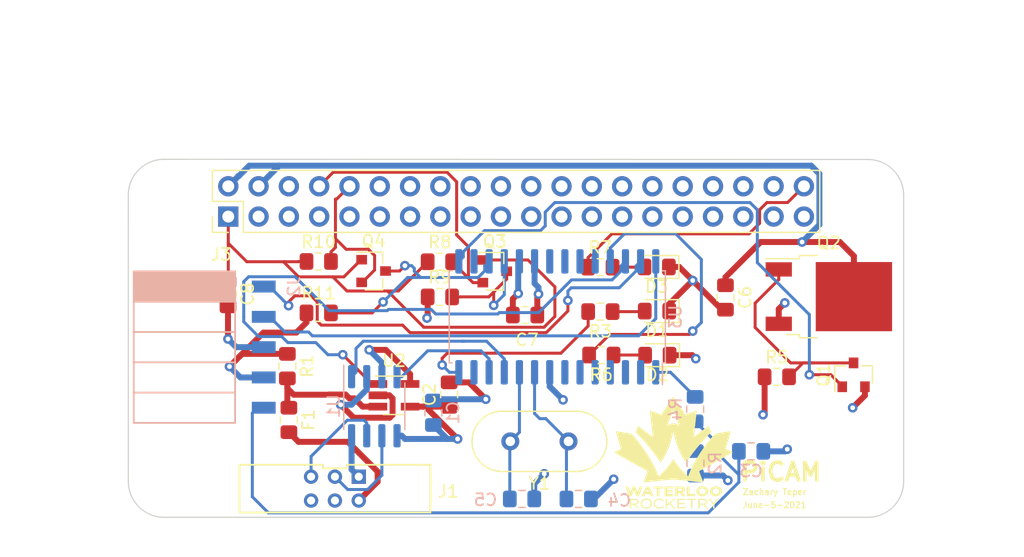
<source format=kicad_pcb>
(kicad_pcb (version 20171130) (host pcbnew "(5.1.4)-1")
  (layers (0 F.Cu signal) (1 In1.Cu power hide) (2 In2.Cu power hide) (31 B.Cu signal) (34 B.Paste user) (35 F.Paste user) (36 B.SilkS user) (37 F.SilkS user) (38 B.Mask user) (39 F.Mask user) (44 Edge.Cuts user))
  (net 0 "")
  (net 1 "Net-(J1-Pad5)")
  (net 2 GND)
  (net 3 +5V)
  (net 4 /~MCLR)
  (net 5 /OSC1)
  (net 6 /OSC2)
  (net 7 /power_pi)
  (net 8 +3V3)
  (net 9 "Net-(D1-Pad2)")
  (net 10 "Net-(F1-Pad2)")
  (net 11 "Net-(F1-Pad1)")
  (net 12 /CANH)
  (net 13 /CANL)
  (net 14 /ICSPDAT)
  (net 15 /ICSPCLK)
  (net 16 "Net-(J3-Pad40)")
  (net 17 "Net-(J3-Pad38)")
  (net 18 "Net-(J3-Pad37)")
  (net 19 "Net-(J3-Pad36)")
  (net 20 "Net-(J3-Pad35)")
  (net 21 "Net-(J3-Pad33)")
  (net 22 "Net-(J3-Pad32)")
  (net 23 "Net-(J3-Pad31)")
  (net 24 "Net-(J3-Pad29)")
  (net 25 "Net-(J3-Pad28)")
  (net 26 "Net-(J3-Pad27)")
  (net 27 "Net-(J3-Pad26)")
  (net 28 "Net-(J3-Pad24)")
  (net 29 "Net-(J3-Pad23)")
  (net 30 "Net-(J3-Pad22)")
  (net 31 "Net-(J3-Pad21)")
  (net 32 "Net-(J3-Pad19)")
  (net 33 "Net-(J3-Pad18)")
  (net 34 "Net-(J3-Pad17)")
  (net 35 "Net-(J3-Pad16)")
  (net 36 "Net-(J3-Pad15)")
  (net 37 "Net-(J3-Pad13)")
  (net 38 "Net-(J3-Pad12)")
  (net 39 "Net-(J3-Pad11)")
  (net 40 /Pi_Rx)
  (net 41 /Pi_Tx)
  (net 42 "Net-(J3-Pad7)")
  (net 43 "Net-(J3-Pad5)")
  (net 44 "Net-(J3-Pad3)")
  (net 45 "Net-(Q1-Pad3)")
  (net 46 /pi_switching)
  (net 47 /PIC_RX)
  (net 48 /PIC_TX)
  (net 49 /CAN_RX)
  (net 50 /CAN_TX)
  (net 51 /CURRENT_SENSE)
  (net 52 "Net-(U3-Pad24)")
  (net 53 "Net-(U3-Pad23)")
  (net 54 "Net-(U3-Pad22)")
  (net 55 "Net-(U3-Pad21)")
  (net 56 "Net-(U3-Pad16)")
  (net 57 "Net-(U3-Pad13)")
  (net 58 "Net-(U3-Pad7)")
  (net 59 "Net-(U3-Pad6)")
  (net 60 "Net-(U3-Pad5)")
  (net 61 "Net-(U3-Pad4)")
  (net 62 "Net-(U3-Pad3)")
  (net 63 "Net-(U3-Pad2)")
  (net 64 "Net-(D2-Pad2)")
  (net 65 "Net-(D3-Pad2)")
  (net 66 "Net-(R3-Pad2)")
  (net 67 "Net-(R4-Pad1)")
  (net 68 "Net-(R6-Pad2)")
  (module MountingHole:MountingHole_2.7mm (layer F.Cu) (at 126.4666 45.6184)
    (fp_text reference M4)
    (fp_text value MountingHole_2.7mm)
    (pad 1 np_thru_hole circle (at 0 0) (size 2.7 2.7) (drill 2.7) (layers *.Cu *.Mask))
  )
  (module MountingHole:MountingHole_2.7mm (layer F.Cu) (at 126.4666 68.6054)
    (fp_text reference M3)
    (fp_text value MountingHole_2.7mm)
    (pad 1 np_thru_hole circle (at 0 0) (size 2.7 2.7) (drill 2.7) (layers *.Cu *.Mask))
  )
  (module MountingHole:MountingHole_2.7mm (layer F.Cu) (at 68.5292 68.6816)
    (fp_text reference M2)
    (fp_text value MountingHole_2.7mm)
    (pad 1 np_thru_hole circle (at 0 0) (size 2.7 2.7) (drill 2.7) (layers *.Cu *.Mask))
  )
  (module MountingHole:MountingHole_2.7mm (layer F.Cu) (at 68.5546 45.6692)
    (fp_text reference M1)
    (fp_text value MountingHole_2.7mm)
    (pad 1 np_thru_hole circle (at 0 0) (size 2.7 2.7) (drill 2.7) (layers *.Cu *.Mask))
  )
  (module custom:rocketry_logo_small (layer F.Cu) (at 110.744 66.7512)
    (fp_text reference G*** hide)
    (fp_text value LOGO hide)
  )
  (module Resistor_SMD:R_0805_2012Metric_Pad1.15x1.40mm_HandSolder (layer F.Cu) (at 104.6226 51.2064)
    (fp_text reference R7 (at 0 -1.65) (layer F.SilkS))
    (fp_text value 330R)
    (pad 2 smd roundrect (at 1.025 0) (size 1.15 1.4) (layers F.Cu F.Paste F.Mask) (roundrect_rratio 0.217391) (net 65 "Net-(D3-Pad2)"))
    (pad 1 smd roundrect (at -1.025 0) (size 1.15 1.4) (layers F.Cu F.Paste F.Mask) (roundrect_rratio 0.217391) (net 16 "Net-(J3-Pad40)"))
  )
  (module Resistor_SMD:R_0805_2012Metric_Pad1.15x1.40mm_HandSolder (layer F.Cu) (at 104.6274 54.9344 180)
    (fp_text reference R3 (at 0 -1.65) (layer F.SilkS))
    (fp_text value 330R)
    (pad 2 smd roundrect (at 1.025 0 180) (size 1.15 1.4) (layers F.Cu F.Paste F.Mask) (roundrect_rratio 0.217391) (net 66 "Net-(R3-Pad2)"))
    (pad 1 smd roundrect (at -1.025 0 180) (size 1.15 1.4) (layers F.Cu F.Paste F.Mask) (roundrect_rratio 0.217391) (net 9 "Net-(D1-Pad2)"))
  )
  (module LED_SMD:LED_0805_2012Metric_Pad1.15x1.40mm_HandSolder (layer F.Cu) (at 109.347 51.189 180)
    (fp_text reference D3 (at 0 -1.65) (layer F.SilkS))
    (fp_text value Device_LED)
    (pad 2 smd roundrect (at 1.025 0 180) (size 1.15 1.4) (layers F.Cu F.Paste F.Mask) (roundrect_rratio 0.217391) (net 65 "Net-(D3-Pad2)"))
    (pad 1 smd roundrect (at -1.025 0 180) (size 1.15 1.4) (layers F.Cu F.Paste F.Mask) (roundrect_rratio 0.217391) (net 2 GND))
  )
  (module LED_SMD:LED_0805_2012Metric_Pad1.15x1.40mm_HandSolder (layer F.Cu) (at 109.3724 54.8894 180)
    (fp_text reference D1 (at 0 -1.65) (layer F.SilkS))
    (fp_text value Device_LED)
    (pad 2 smd roundrect (at 1.025 0 180) (size 1.15 1.4) (layers F.Cu F.Paste F.Mask) (roundrect_rratio 0.217391) (net 9 "Net-(D1-Pad2)"))
    (pad 1 smd roundrect (at -1.025 0 180) (size 1.15 1.4) (layers F.Cu F.Paste F.Mask) (roundrect_rratio 0.217391) (net 2 GND))
  )
  (module Crystal:Crystal_HC49-U_Vertical (layer F.Cu) (at 101.9556 65.8114 180)
    (fp_text reference Y1 (at 2.44 -3.525) (layer F.SilkS))
    (fp_text value Crystal)
    (pad 2 thru_hole circle (at 4.88 0 180) (size 1.5 1.5) (drill 0.8) (layers *.Cu *.Mask) (net 6 /OSC2))
    (pad 1 thru_hole circle (at 0 0 180) (size 1.5 1.5) (drill 0.8) (layers *.Cu *.Mask) (net 5 /OSC1))
  )
  (module Package_SO:SOIC-28W_7.5x17.9mm_P1.27mm (layer B.Cu) (at 101.0158 55.372 90)
    (fp_text reference U3 (at 0 9.9 90) (layer B.SilkS) (effects (justify mirror)))
    (fp_text value PIC18F26K83)
    (pad 28 smd roundrect (at 4.65 8.255 90) (size 2.05 0.6) (layers B.Cu B.Paste B.Mask) (net 14 /ICSPDAT))
    (pad 27 smd roundrect (at 4.65 6.985 90) (size 2.05 0.6) (layers B.Cu B.Paste B.Mask) (net 15 /ICSPCLK))
    (pad 26 smd roundrect (at 4.65 5.715 90) (size 2.05 0.6) (layers B.Cu B.Paste B.Mask) (net 51 /CURRENT_SENSE))
    (pad 25 smd roundrect (at 4.65 4.445 90) (size 2.05 0.6) (layers B.Cu B.Paste B.Mask) (net 68 "Net-(R6-Pad2)"))
    (pad 24 smd roundrect (at 4.65 3.175 90) (size 2.05 0.6) (layers B.Cu B.Paste B.Mask) (net 52 "Net-(U3-Pad24)"))
    (pad 23 smd roundrect (at 4.65 1.905 90) (size 2.05 0.6) (layers B.Cu B.Paste B.Mask) (net 53 "Net-(U3-Pad23)"))
    (pad 22 smd roundrect (at 4.65 0.635 90) (size 2.05 0.6) (layers B.Cu B.Paste B.Mask) (net 54 "Net-(U3-Pad22)"))
    (pad 21 smd roundrect (at 4.65 -0.635 90) (size 2.05 0.6) (layers B.Cu B.Paste B.Mask) (net 55 "Net-(U3-Pad21)"))
    (pad 20 smd roundrect (at 4.65 -1.905 90) (size 2.05 0.6) (layers B.Cu B.Paste B.Mask) (net 3 +5V))
    (pad 19 smd roundrect (at 4.65 -3.175 90) (size 2.05 0.6) (layers B.Cu B.Paste B.Mask) (net 2 GND))
    (pad 18 smd roundrect (at 4.65 -4.445 90) (size 2.05 0.6) (layers B.Cu B.Paste B.Mask) (net 47 /PIC_RX))
    (pad 17 smd roundrect (at 4.65 -5.715 90) (size 2.05 0.6) (layers B.Cu B.Paste B.Mask) (net 48 /PIC_TX))
    (pad 16 smd roundrect (at 4.65 -6.985 90) (size 2.05 0.6) (layers B.Cu B.Paste B.Mask) (net 56 "Net-(U3-Pad16)"))
    (pad 15 smd roundrect (at 4.65 -8.255 90) (size 2.05 0.6) (layers B.Cu B.Paste B.Mask) (net 46 /pi_switching))
    (pad 14 smd roundrect (at -4.65 -8.255 90) (size 2.05 0.6) (layers B.Cu B.Paste B.Mask) (net 66 "Net-(R3-Pad2)"))
    (pad 13 smd roundrect (at -4.65 -6.985 90) (size 2.05 0.6) (layers B.Cu B.Paste B.Mask) (net 57 "Net-(U3-Pad13)"))
    (pad 12 smd roundrect (at -4.65 -5.715 90) (size 2.05 0.6) (layers B.Cu B.Paste B.Mask) (net 49 /CAN_RX))
    (pad 11 smd roundrect (at -4.65 -4.445 90) (size 2.05 0.6) (layers B.Cu B.Paste B.Mask) (net 50 /CAN_TX))
    (pad 10 smd roundrect (at -4.65 -3.175 90) (size 2.05 0.6) (layers B.Cu B.Paste B.Mask) (net 6 /OSC2))
    (pad 9 smd roundrect (at -4.65 -1.905 90) (size 2.05 0.6) (layers B.Cu B.Paste B.Mask) (net 5 /OSC1))
    (pad 8 smd roundrect (at -4.65 -0.635 90) (size 2.05 0.6) (layers B.Cu B.Paste B.Mask) (net 2 GND))
    (pad 7 smd roundrect (at -4.65 0.635 90) (size 2.05 0.6) (layers B.Cu B.Paste B.Mask) (net 58 "Net-(U3-Pad7)"))
    (pad 6 smd roundrect (at -4.65 1.905 90) (size 2.05 0.6) (layers B.Cu B.Paste B.Mask) (net 59 "Net-(U3-Pad6)"))
    (pad 5 smd roundrect (at -4.65 3.175 90) (size 2.05 0.6) (layers B.Cu B.Paste B.Mask) (net 60 "Net-(U3-Pad5)"))
    (pad 4 smd roundrect (at -4.65 4.445 90) (size 2.05 0.6) (layers B.Cu B.Paste B.Mask) (net 61 "Net-(U3-Pad4)"))
    (pad 3 smd roundrect (at -4.65 5.715 90) (size 2.05 0.6) (layers B.Cu B.Paste B.Mask) (net 62 "Net-(U3-Pad3)"))
    (pad 2 smd roundrect (at -4.65 6.985 90) (size 2.05 0.6) (layers B.Cu B.Paste B.Mask) (net 63 "Net-(U3-Pad2)"))
    (pad 1 smd roundrect (at -4.65 8.255 90) (size 2.05 0.6) (layers B.Cu B.Paste B.Mask) (net 67 "Net-(R4-Pad1)"))
  )
  (module Package_TO_SOT_SMD:SOT-23-5_HandSoldering (layer F.Cu) (at 87.3252 61.9506)
    (fp_text reference U2 (at 0 -2.9) (layer F.SilkS))
    (fp_text value INA180)
    (pad 5 smd rect (at 1.35 -0.95) (size 1.56 0.65) (layers F.Cu F.Paste F.Mask) (net 3 +5V))
    (pad 4 smd rect (at 1.35 0.95) (size 1.56 0.65) (layers F.Cu F.Paste F.Mask) (net 3 +5V))
    (pad 3 smd rect (at -1.35 0.95) (size 1.56 0.65) (layers F.Cu F.Paste F.Mask) (net 11 "Net-(F1-Pad1)"))
    (pad 2 smd rect (at -1.35 0) (size 1.56 0.65) (layers F.Cu F.Paste F.Mask) (net 2 GND))
    (pad 1 smd rect (at -1.35 -0.95) (size 1.56 0.65) (layers F.Cu F.Paste F.Mask) (net 51 /CURRENT_SENSE))
  )
  (module Package_SO:SOIC-8_3.9x4.9mm_P1.27mm (layer B.Cu) (at 85.6742 62.865 270)
    (fp_text reference U1 (at 0 3.4 90) (layer B.SilkS) (effects (justify mirror)))
    (fp_text value MCP2562)
    (pad 8 smd roundrect (at 2.475 1.905 270) (size 1.95 0.6) (layers B.Cu B.Paste B.Mask) (net 2 GND))
    (pad 7 smd roundrect (at 2.475 0.635 270) (size 1.95 0.6) (layers B.Cu B.Paste B.Mask) (net 12 /CANH))
    (pad 6 smd roundrect (at 2.475 -0.635 270) (size 1.95 0.6) (layers B.Cu B.Paste B.Mask) (net 13 /CANL))
    (pad 5 smd roundrect (at 2.475 -1.905 270) (size 1.95 0.6) (layers B.Cu B.Paste B.Mask) (net 3 +5V))
    (pad 4 smd roundrect (at -2.475 -1.905 270) (size 1.95 0.6) (layers B.Cu B.Paste B.Mask) (net 49 /CAN_RX))
    (pad 3 smd roundrect (at -2.475 -0.635 270) (size 1.95 0.6) (layers B.Cu B.Paste B.Mask) (net 3 +5V))
    (pad 2 smd roundrect (at -2.475 0.635 270) (size 1.95 0.6) (layers B.Cu B.Paste B.Mask) (net 2 GND))
    (pad 1 smd roundrect (at -2.475 1.905 270) (size 1.95 0.6) (layers B.Cu B.Paste B.Mask) (net 50 /CAN_TX))
  )
  (module Resistor_SMD:R_0805_2012Metric_Pad1.15x1.40mm_HandSolder (layer F.Cu) (at 81.0142 55.0418)
    (fp_text reference R11 (at 0 -1.65) (layer F.SilkS))
    (fp_text value 10K)
    (pad 2 smd roundrect (at 1.025 0) (size 1.15 1.4) (layers F.Cu F.Paste F.Mask) (roundrect_rratio 0.217391) (net 48 /PIC_TX))
    (pad 1 smd roundrect (at -1.025 0) (size 1.15 1.4) (layers F.Cu F.Paste F.Mask) (roundrect_rratio 0.217391) (net 3 +5V))
  )
  (module Resistor_SMD:R_0805_2012Metric_Pad1.15x1.40mm_HandSolder (layer F.Cu) (at 81.0142 50.7298)
    (fp_text reference R10 (at 0 -1.65) (layer F.SilkS))
    (fp_text value 10K)
    (pad 2 smd roundrect (at 1.025 0) (size 1.15 1.4) (layers F.Cu F.Paste F.Mask) (roundrect_rratio 0.217391) (net 40 /Pi_Rx))
    (pad 1 smd roundrect (at -1.025 0) (size 1.15 1.4) (layers F.Cu F.Paste F.Mask) (roundrect_rratio 0.217391) (net 8 +3V3))
  )
  (module Resistor_SMD:R_0805_2012Metric_Pad1.15x1.40mm_HandSolder (layer F.Cu) (at 91.172 53.7032)
    (fp_text reference R9 (at 0 -1.65) (layer F.SilkS))
    (fp_text value 10K)
    (pad 2 smd roundrect (at 1.025 0) (size 1.15 1.4) (layers F.Cu F.Paste F.Mask) (roundrect_rratio 0.217391) (net 47 /PIC_RX))
    (pad 1 smd roundrect (at -1.025 0) (size 1.15 1.4) (layers F.Cu F.Paste F.Mask) (roundrect_rratio 0.217391) (net 3 +5V))
  )
  (module Resistor_SMD:R_0805_2012Metric_Pad1.15x1.40mm_HandSolder (layer F.Cu) (at 91.172 50.7532)
    (fp_text reference R8 (at 0 -1.65) (layer F.SilkS))
    (fp_text value 10K)
    (pad 2 smd roundrect (at 1.025 0) (size 1.15 1.4) (layers F.Cu F.Paste F.Mask) (roundrect_rratio 0.217391) (net 41 /Pi_Tx))
    (pad 1 smd roundrect (at -1.025 0) (size 1.15 1.4) (layers F.Cu F.Paste F.Mask) (roundrect_rratio 0.217391) (net 8 +3V3))
  )
  (module Resistor_SMD:R_0805_2012Metric_Pad1.15x1.40mm_HandSolder (layer F.Cu) (at 104.7078 58.5724 180)
    (fp_text reference R6 (at 0 -1.65) (layer F.SilkS))
    (fp_text value 330R)
    (pad 2 smd roundrect (at 1.025 0 180) (size 1.15 1.4) (layers F.Cu F.Paste F.Mask) (roundrect_rratio 0.217391) (net 68 "Net-(R6-Pad2)"))
    (pad 1 smd roundrect (at -1.025 0 180) (size 1.15 1.4) (layers F.Cu F.Paste F.Mask) (roundrect_rratio 0.217391) (net 64 "Net-(D2-Pad2)"))
  )
  (module Resistor_SMD:R_0805_2012Metric_Pad1.15x1.40mm_HandSolder (layer F.Cu) (at 119.4218 60.4012)
    (fp_text reference R5 (at 0 -1.65) (layer F.SilkS))
    (fp_text value 10K)
    (pad 2 smd roundrect (at 1.025 0) (size 1.15 1.4) (layers F.Cu F.Paste F.Mask) (roundrect_rratio 0.217391) (net 45 "Net-(Q1-Pad3)"))
    (pad 1 smd roundrect (at -1.025 0) (size 1.15 1.4) (layers F.Cu F.Paste F.Mask) (roundrect_rratio 0.217391) (net 3 +5V))
  )
  (module Resistor_SMD:R_0805_2012Metric_Pad1.15x1.40mm_HandSolder (layer B.Cu) (at 112.5728 63.11 270)
    (fp_text reference R4 (at 0 1.65 90) (layer B.SilkS) (effects (justify mirror)))
    (fp_text value 100)
    (pad 2 smd roundrect (at 1.025 0 270) (size 1.15 1.4) (layers B.Cu B.Paste B.Mask) (roundrect_rratio 0.217391) (net 4 /~MCLR))
    (pad 1 smd roundrect (at -1.025 0 270) (size 1.15 1.4) (layers B.Cu B.Paste B.Mask) (roundrect_rratio 0.217391) (net 67 "Net-(R4-Pad1)"))
  )
  (module Resistor_SMD:R_0805_2012Metric_Pad1.15x1.40mm_HandSolder (layer B.Cu) (at 112.5982 67.6492 90)
    (fp_text reference R2 (at 0 1.65 90) (layer B.SilkS) (effects (justify mirror)))
    (fp_text value 10K)
    (pad 2 smd roundrect (at 1.025 0 90) (size 1.15 1.4) (layers B.Cu B.Paste B.Mask) (roundrect_rratio 0.217391) (net 4 /~MCLR))
    (pad 1 smd roundrect (at -1.025 0 90) (size 1.15 1.4) (layers B.Cu B.Paste B.Mask) (roundrect_rratio 0.217391) (net 3 +5V))
  )
  (module Resistor_SMD:R_0805_2012Metric_Pad1.15x1.40mm_HandSolder (layer F.Cu) (at 78.3844 59.5032 270)
    (fp_text reference R1 (at 0 -1.65 90) (layer F.SilkS))
    (fp_text value 200mOhm)
    (pad 2 smd roundrect (at 1.025 0 270) (size 1.15 1.4) (layers F.Cu F.Paste F.Mask) (roundrect_rratio 0.217391) (net 11 "Net-(F1-Pad1)"))
    (pad 1 smd roundrect (at -1.025 0 270) (size 1.15 1.4) (layers F.Cu F.Paste F.Mask) (roundrect_rratio 0.217391) (net 3 +5V))
  )
  (module Package_TO_SOT_SMD:SOT-23 (layer F.Cu) (at 85.6142 51.5298)
    (fp_text reference Q4 (at 0 -2.5) (layer F.SilkS))
    (fp_text value BSS138)
    (pad 3 smd rect (at 1 0) (size 0.9 0.8) (layers F.Cu F.Paste F.Mask) (net 48 /PIC_TX))
    (pad 2 smd rect (at -1 0.95) (size 0.9 0.8) (layers F.Cu F.Paste F.Mask) (net 40 /Pi_Rx))
    (pad 1 smd rect (at -1 -0.95) (size 0.9 0.8) (layers F.Cu F.Paste F.Mask) (net 8 +3V3))
  )
  (module Package_TO_SOT_SMD:SOT-23 (layer F.Cu) (at 95.772 51.5532)
    (fp_text reference Q3 (at 0 -2.5) (layer F.SilkS))
    (fp_text value BSS138)
    (pad 3 smd rect (at 1 0) (size 0.9 0.8) (layers F.Cu F.Paste F.Mask) (net 47 /PIC_RX))
    (pad 2 smd rect (at -1 0.95) (size 0.9 0.8) (layers F.Cu F.Paste F.Mask) (net 41 /Pi_Tx))
    (pad 1 smd rect (at -1 -0.95) (size 0.9 0.8) (layers F.Cu F.Paste F.Mask) (net 8 +3V3))
  )
  (module Package_TO_SOT_SMD:TO-252-2 (layer F.Cu) (at 123.7832 53.6762)
    (fp_text reference Q2 (at 0 -4.5) (layer F.SilkS))
    (fp_text value AOD417)
    (pad 2 smd rect (at 2.1 0) (size 6.4 5.8) (layers F.Cu F.Mask) (net 7 /power_pi))
    (pad 3 smd rect (at -4.2 2.28) (size 2.2 1.2) (layers F.Cu F.Paste F.Mask) (net 3 +5V))
    (pad 1 smd rect (at -4.2 -2.28) (size 2.2 1.2) (layers F.Cu F.Paste F.Mask) (net 45 "Net-(Q1-Pad3)"))
  )
  (module Package_TO_SOT_SMD:SOT-23 (layer F.Cu) (at 125.857 60.2328 90)
    (fp_text reference Q1 (at 0 -2.5 90) (layer F.SilkS))
    (fp_text value BSS138)
    (pad 3 smd rect (at 1 0 90) (size 0.9 0.8) (layers F.Cu F.Paste F.Mask) (net 45 "Net-(Q1-Pad3)"))
    (pad 2 smd rect (at -1 0.95 90) (size 0.9 0.8) (layers F.Cu F.Paste F.Mask) (net 2 GND))
    (pad 1 smd rect (at -1 -0.95 90) (size 0.9 0.8) (layers F.Cu F.Paste F.Mask) (net 46 /pi_switching))
  )
  (module Connector_PinHeader_2.54mm:PinHeader_2x20_P2.54mm_Vertical (layer F.Cu) (at 73.4314 46.9646 90)
    (fp_text reference J3 (at -3.175 -0.5842 180) (layer F.SilkS))
    (fp_text value Conn_02x20_Counter_Clockwise_MountingPin)
    (pad 40 thru_hole oval (at 2.54 48.26 90) (size 1.7 1.7) (drill 1) (layers *.Cu *.Mask) (net 16 "Net-(J3-Pad40)"))
    (pad 39 thru_hole oval (at 0 48.26 90) (size 1.7 1.7) (drill 1) (layers *.Cu *.Mask) (net 2 GND))
    (pad 38 thru_hole oval (at 2.54 45.72 90) (size 1.7 1.7) (drill 1) (layers *.Cu *.Mask) (net 17 "Net-(J3-Pad38)"))
    (pad 37 thru_hole oval (at 0 45.72 90) (size 1.7 1.7) (drill 1) (layers *.Cu *.Mask) (net 18 "Net-(J3-Pad37)"))
    (pad 36 thru_hole oval (at 2.54 43.18 90) (size 1.7 1.7) (drill 1) (layers *.Cu *.Mask) (net 19 "Net-(J3-Pad36)"))
    (pad 35 thru_hole oval (at 0 43.18 90) (size 1.7 1.7) (drill 1) (layers *.Cu *.Mask) (net 20 "Net-(J3-Pad35)"))
    (pad 34 thru_hole oval (at 2.54 40.64 90) (size 1.7 1.7) (drill 1) (layers *.Cu *.Mask) (net 2 GND))
    (pad 33 thru_hole oval (at 0 40.64 90) (size 1.7 1.7) (drill 1) (layers *.Cu *.Mask) (net 21 "Net-(J3-Pad33)"))
    (pad 32 thru_hole oval (at 2.54 38.1 90) (size 1.7 1.7) (drill 1) (layers *.Cu *.Mask) (net 22 "Net-(J3-Pad32)"))
    (pad 31 thru_hole oval (at 0 38.1 90) (size 1.7 1.7) (drill 1) (layers *.Cu *.Mask) (net 23 "Net-(J3-Pad31)"))
    (pad 30 thru_hole oval (at 2.54 35.56 90) (size 1.7 1.7) (drill 1) (layers *.Cu *.Mask) (net 2 GND))
    (pad 29 thru_hole oval (at 0 35.56 90) (size 1.7 1.7) (drill 1) (layers *.Cu *.Mask) (net 24 "Net-(J3-Pad29)"))
    (pad 28 thru_hole oval (at 2.54 33.02 90) (size 1.7 1.7) (drill 1) (layers *.Cu *.Mask) (net 25 "Net-(J3-Pad28)"))
    (pad 27 thru_hole oval (at 0 33.02 90) (size 1.7 1.7) (drill 1) (layers *.Cu *.Mask) (net 26 "Net-(J3-Pad27)"))
    (pad 26 thru_hole oval (at 2.54 30.48 90) (size 1.7 1.7) (drill 1) (layers *.Cu *.Mask) (net 27 "Net-(J3-Pad26)"))
    (pad 25 thru_hole oval (at 0 30.48 90) (size 1.7 1.7) (drill 1) (layers *.Cu *.Mask) (net 2 GND))
    (pad 24 thru_hole oval (at 2.54 27.94 90) (size 1.7 1.7) (drill 1) (layers *.Cu *.Mask) (net 28 "Net-(J3-Pad24)"))
    (pad 23 thru_hole oval (at 0 27.94 90) (size 1.7 1.7) (drill 1) (layers *.Cu *.Mask) (net 29 "Net-(J3-Pad23)"))
    (pad 22 thru_hole oval (at 2.54 25.4 90) (size 1.7 1.7) (drill 1) (layers *.Cu *.Mask) (net 30 "Net-(J3-Pad22)"))
    (pad 21 thru_hole oval (at 0 25.4 90) (size 1.7 1.7) (drill 1) (layers *.Cu *.Mask) (net 31 "Net-(J3-Pad21)"))
    (pad 20 thru_hole oval (at 2.54 22.86 90) (size 1.7 1.7) (drill 1) (layers *.Cu *.Mask) (net 2 GND))
    (pad 19 thru_hole oval (at 0 22.86 90) (size 1.7 1.7) (drill 1) (layers *.Cu *.Mask) (net 32 "Net-(J3-Pad19)"))
    (pad 18 thru_hole oval (at 2.54 20.32 90) (size 1.7 1.7) (drill 1) (layers *.Cu *.Mask) (net 33 "Net-(J3-Pad18)"))
    (pad 17 thru_hole oval (at 0 20.32 90) (size 1.7 1.7) (drill 1) (layers *.Cu *.Mask) (net 34 "Net-(J3-Pad17)"))
    (pad 16 thru_hole oval (at 2.54 17.78 90) (size 1.7 1.7) (drill 1) (layers *.Cu *.Mask) (net 35 "Net-(J3-Pad16)"))
    (pad 15 thru_hole oval (at 0 17.78 90) (size 1.7 1.7) (drill 1) (layers *.Cu *.Mask) (net 36 "Net-(J3-Pad15)"))
    (pad 14 thru_hole oval (at 2.54 15.24 90) (size 1.7 1.7) (drill 1) (layers *.Cu *.Mask) (net 2 GND))
    (pad 13 thru_hole oval (at 0 15.24 90) (size 1.7 1.7) (drill 1) (layers *.Cu *.Mask) (net 37 "Net-(J3-Pad13)"))
    (pad 12 thru_hole oval (at 2.54 12.7 90) (size 1.7 1.7) (drill 1) (layers *.Cu *.Mask) (net 38 "Net-(J3-Pad12)"))
    (pad 11 thru_hole oval (at 0 12.7 90) (size 1.7 1.7) (drill 1) (layers *.Cu *.Mask) (net 39 "Net-(J3-Pad11)"))
    (pad 10 thru_hole oval (at 2.54 10.16 90) (size 1.7 1.7) (drill 1) (layers *.Cu *.Mask) (net 40 /Pi_Rx))
    (pad 9 thru_hole oval (at 0 10.16 90) (size 1.7 1.7) (drill 1) (layers *.Cu *.Mask) (net 2 GND))
    (pad 8 thru_hole oval (at 2.54 7.62 90) (size 1.7 1.7) (drill 1) (layers *.Cu *.Mask) (net 41 /Pi_Tx))
    (pad 7 thru_hole oval (at 0 7.62 90) (size 1.7 1.7) (drill 1) (layers *.Cu *.Mask) (net 42 "Net-(J3-Pad7)"))
    (pad 6 thru_hole oval (at 2.54 5.08 90) (size 1.7 1.7) (drill 1) (layers *.Cu *.Mask) (net 2 GND))
    (pad 5 thru_hole oval (at 0 5.08 90) (size 1.7 1.7) (drill 1) (layers *.Cu *.Mask) (net 43 "Net-(J3-Pad5)"))
    (pad 4 thru_hole oval (at 2.54 2.54 90) (size 1.7 1.7) (drill 1) (layers *.Cu *.Mask) (net 7 /power_pi))
    (pad 3 thru_hole oval (at 0 2.54 90) (size 1.7 1.7) (drill 1) (layers *.Cu *.Mask) (net 44 "Net-(J3-Pad3)"))
    (pad 2 thru_hole oval (at 2.54 0 90) (size 1.7 1.7) (drill 1) (layers *.Cu *.Mask) (net 7 /power_pi))
    (pad 1 thru_hole rect (at 0 0 90) (size 1.7 1.7) (drill 1) (layers *.Cu *.Mask) (net 8 +3V3))
  )
  (module canhw_footprints:PinHeader_5x2.54_SMD_90deg_952-3198-1-ND (layer B.Cu) (at 76.4032 52.832 270)
    (fp_text reference J2 (at 0 -2.54 270) (layer B.SilkS) (effects (justify mirror)))
    (fp_text value Connector_Conn_01x05_Female)
    (pad 5 smd rect (at 10.16 0 270) (size 1 2) (layers B.Cu B.Paste B.Mask) (net 4 /~MCLR))
    (pad 4 smd rect (at 7.62 0 270) (size 1 2) (layers B.Cu B.Paste B.Mask) (net 3 +5V))
    (pad 3 smd rect (at 5.08 0 270) (size 1 2) (layers B.Cu B.Paste B.Mask) (net 2 GND))
    (pad 2 smd rect (at 2.54 0 270) (size 1 2) (layers B.Cu B.Paste B.Mask) (net 14 /ICSPDAT))
    (pad 1 smd rect (at 0 0 270) (size 1 2) (layers B.Cu B.Paste B.Mask) (net 15 /ICSPCLK))
  )
  (module canhw_footprints:connector_Harwin_M80-5000642 (layer F.Cu) (at 82.3722 69.7738 180)
    (fp_text reference J1 (at -9.4996 -0.2286) (layer F.SilkS))
    (fp_text value "CAN Communication")
    (pad "" np_thru_hole circle (at -5.5 0 180) (size 2.2 2.2) (drill 2.2) (layers *.Cu *.Mask))
    (pad "" np_thru_hole circle (at 5.5 0 180) (size 2.2 2.2) (drill 2.2) (layers *.Cu *.Mask))
    (pad 4 thru_hole circle (at -2 -1 180) (size 1.2 1.2) (drill 0.68) (layers *.Cu *.Mask) (net 10 "Net-(F1-Pad2)"))
    (pad 5 thru_hole circle (at 0 -1 180) (size 1.2 1.2) (drill 0.68) (layers *.Cu *.Mask) (net 1 "Net-(J1-Pad5)"))
    (pad 6 thru_hole circle (at 2 -1 180) (size 1.2 1.2) (drill 0.68) (layers *.Cu *.Mask))
    (pad 3 thru_hole circle (at 2 1 180) (size 1.2 1.2) (drill 0.68) (layers *.Cu *.Mask) (net 12 /CANH))
    (pad 1 thru_hole rect (at -2 1 180) (size 1.2 1.2) (drill 0.68) (layers *.Cu *.Mask) (net 2 GND))
    (pad 2 thru_hole circle (at 0 1 180) (size 1.2 1.2) (drill 0.68) (layers *.Cu *.Mask) (net 13 /CANL))
  )
  (module Fuse:Fuse_0805_2012Metric_Pad1.15x1.40mm_HandSolder (layer F.Cu) (at 78.5114 64.017 270)
    (fp_text reference F1 (at 0 -1.65 90) (layer F.SilkS))
    (fp_text value Device_Polyfuse)
    (pad 2 smd roundrect (at 1.025 0 270) (size 1.15 1.4) (layers F.Cu F.Paste F.Mask) (roundrect_rratio 0.217391) (net 10 "Net-(F1-Pad2)"))
    (pad 1 smd roundrect (at -1.025 0 270) (size 1.15 1.4) (layers F.Cu F.Paste F.Mask) (roundrect_rratio 0.217391) (net 11 "Net-(F1-Pad1)"))
  )
  (module LED_SMD:LED_0805_2012Metric_Pad1.15x1.40mm_HandSolder (layer F.Cu) (at 109.4036 58.5854 180)
    (fp_text reference D2 (at 0 -1.65) (layer F.SilkS))
    (fp_text value Device_LED)
    (pad 2 smd roundrect (at 1.025 0 180) (size 1.15 1.4) (layers F.Cu F.Paste F.Mask) (roundrect_rratio 0.217391) (net 64 "Net-(D2-Pad2)"))
    (pad 1 smd roundrect (at -1.025 0 180) (size 1.15 1.4) (layers F.Cu F.Paste F.Mask) (roundrect_rratio 0.217391) (net 2 GND))
  )
  (module Capacitor_SMD:C_0805_2012Metric_Pad1.15x1.40mm_HandSolder (layer F.Cu) (at 73.406 53.467 270)
    (fp_text reference C8 (at 0 -1.65 90) (layer F.SilkS))
    (fp_text value 100nF)
    (pad 2 smd roundrect (at 1.025 0 270) (size 1.15 1.4) (layers F.Cu F.Paste F.Mask) (roundrect_rratio 0.217391) (net 2 GND))
    (pad 1 smd roundrect (at -1.025 0 270) (size 1.15 1.4) (layers F.Cu F.Paste F.Mask) (roundrect_rratio 0.217391) (net 8 +3V3))
  )
  (module Capacitor_SMD:C_0805_2012Metric_Pad1.15x1.40mm_HandSolder (layer F.Cu) (at 98.3144 55.2196)
    (fp_text reference C7 (at 0.1614 2.0828) (layer F.SilkS))
    (fp_text value 100nF)
    (pad 2 smd roundrect (at 1.025 0) (size 1.15 1.4) (layers F.Cu F.Paste F.Mask) (roundrect_rratio 0.217391) (net 3 +5V))
    (pad 1 smd roundrect (at -1.025 0) (size 1.15 1.4) (layers F.Cu F.Paste F.Mask) (roundrect_rratio 0.217391) (net 2 GND))
  )
  (module Capacitor_SMD:C_0805_2012Metric_Pad1.15x1.40mm_HandSolder (layer F.Cu) (at 115.1128 53.7464 270)
    (fp_text reference C6 (at 0 -1.65 90) (layer F.SilkS))
    (fp_text value 100nF)
    (pad 2 smd roundrect (at 1.025 0 270) (size 1.15 1.4) (layers F.Cu F.Paste F.Mask) (roundrect_rratio 0.217391) (net 2 GND))
    (pad 1 smd roundrect (at -1.025 0 270) (size 1.15 1.4) (layers F.Cu F.Paste F.Mask) (roundrect_rratio 0.217391) (net 7 /power_pi))
  )
  (module Capacitor_SMD:C_0805_2012Metric_Pad1.15x1.40mm_HandSolder (layer B.Cu) (at 98.059 70.641)
    (fp_text reference C5 (at -3.063 0.0726) (layer B.SilkS) (effects (justify mirror)))
    (fp_text value 27pF)
    (pad 2 smd roundrect (at 1.025 0) (size 1.15 1.4) (layers B.Cu B.Paste B.Mask) (roundrect_rratio 0.217391) (net 2 GND))
    (pad 1 smd roundrect (at -1.025 0) (size 1.15 1.4) (layers B.Cu B.Paste B.Mask) (roundrect_rratio 0.217391) (net 6 /OSC2))
  )
  (module Capacitor_SMD:C_0805_2012Metric_Pad1.15x1.40mm_HandSolder (layer B.Cu) (at 102.809 70.641)
    (fp_text reference C4 (at 3.4138 0.1234) (layer B.SilkS) (effects (justify mirror)))
    (fp_text value 27pF)
    (pad 2 smd roundrect (at 1.025 0) (size 1.15 1.4) (layers B.Cu B.Paste B.Mask) (roundrect_rratio 0.217391) (net 2 GND))
    (pad 1 smd roundrect (at -1.025 0) (size 1.15 1.4) (layers B.Cu B.Paste B.Mask) (roundrect_rratio 0.217391) (net 5 /OSC1))
  )
  (module Capacitor_SMD:C_0805_2012Metric_Pad1.15x1.40mm_HandSolder (layer B.Cu) (at 117.2628 66.6496)
    (fp_text reference C3 (at 0 1.65) (layer B.SilkS) (effects (justify mirror)))
    (fp_text value 100nF)
    (pad 2 smd roundrect (at 1.025 0) (size 1.15 1.4) (layers B.Cu B.Paste B.Mask) (roundrect_rratio 0.217391) (net 2 GND))
    (pad 1 smd roundrect (at -1.025 0) (size 1.15 1.4) (layers B.Cu B.Paste B.Mask) (roundrect_rratio 0.217391) (net 4 /~MCLR))
  )
  (module Capacitor_SMD:C_0805_2012Metric_Pad1.15x1.40mm_HandSolder (layer F.Cu) (at 91.948 61.8908 90)
    (fp_text reference C2 (at 0 -1.65 90) (layer F.SilkS))
    (fp_text value 100nF)
    (pad 2 smd roundrect (at 1.025 0 90) (size 1.15 1.4) (layers F.Cu F.Paste F.Mask) (roundrect_rratio 0.217391) (net 2 GND))
    (pad 1 smd roundrect (at -1.025 0 90) (size 1.15 1.4) (layers F.Cu F.Paste F.Mask) (roundrect_rratio 0.217391) (net 3 +5V))
  )
  (module Capacitor_SMD:C_0805_2012Metric_Pad1.15x1.40mm_HandSolder (layer B.Cu) (at 90.6272 63.4148 90)
    (fp_text reference C1 (at 0 1.65 90) (layer B.SilkS) (effects (justify mirror)))
    (fp_text value 10uF)
    (pad 2 smd roundrect (at 1.025 0 90) (size 1.15 1.4) (layers B.Cu B.Paste B.Mask) (roundrect_rratio 0.217391) (net 2 GND))
    (pad 1 smd roundrect (at -1.025 0 90) (size 1.15 1.4) (layers B.Cu B.Paste B.Mask) (roundrect_rratio 0.217391) (net 3 +5V))
  )
  (gr_arc (start 68.0466 45.1612) (end 65.0494 45.1612) (angle 90) (layer Edge.Cuts) (width 0.1))
  (gr_arc (start 127.0526 69.1784) (end 130.0526 69.1784) (angle 90) (layer Edge.Cuts) (width 0.1))
  (gr_arc (start 127.0526 45.1784) (end 127.0526 42.1784) (angle 90) (layer Edge.Cuts) (width 0.1))
  (gr_arc (start 68.0526 69.1784) (end 68.0526 72.1784) (angle 90) (layer Edge.Cuts) (width 0.1))
  (gr_text June-5-2021 (at 119.2276 71.1454) (layer F.SilkS) (effects (font (size 0.5 0.5) (thickness 0.1))))
  (gr_text "Zachary Teper" (at 119.2276 70.0532) (layer F.SilkS) (effects (font (size 0.5 0.5) (thickness 0.1))))
  (gr_text PiCAM (at 119.761 68.3768) (layer F.SilkS) (effects (font (size 1.5 1.5) (thickness 0.3))))
  (gr_line (start 68.0466 42.164) (end 127.0526 42.1784) (angle 90) (layer Edge.Cuts) (width 0.1))
  (gr_line (start 65.0494 45.1612) (end 65.0526 69.1784) (layer Edge.Cuts) (width 0.1))
  (gr_line (start 68.0526 72.1784) (end 127.0526 72.1784) (angle 90) (layer Edge.Cuts) (width 0.1))
  (gr_line (start 130.0526 45.1784) (end 130.0526 69.1784) (angle 90) (layer Edge.Cuts) (width 0.1))
  (segment (start 83.7692 68.1708) (end 84.3722 68.7738) (width 0.5) (layer B.Cu) (net 2))
  (segment (start 83.7692 65.34) (end 83.7692 68.1708) (width 0.5) (layer B.Cu) (net 2))
  (via (at 101.4984 62.3316) (size 0.8) (drill 0.4) (layers F.Cu B.Cu) (net 2))
  (segment (start 100.3808 60.022) (end 100.3808 61.214) (width 0.5) (layer B.Cu) (net 2))
  (segment (start 100.3808 61.214) (end 101.4984 62.3316) (width 0.5) (layer B.Cu) (net 2))
  (via (at 97.7392 53.4162) (size 0.8) (drill 0.4) (layers F.Cu B.Cu) (net 2))
  (segment (start 97.2894 55.2196) (end 97.2894 53.866) (width 0.5) (layer F.Cu) (net 2))
  (segment (start 97.2894 53.866) (end 97.7392 53.4162) (width 0.5) (layer F.Cu) (net 2))
  (segment (start 97.7392 50.8236) (end 97.8408 50.722) (width 0.5) (layer B.Cu) (net 2))
  (segment (start 97.7392 53.4162) (end 97.7392 50.8236) (width 0.5) (layer B.Cu) (net 2))
  (via (at 82.8548 62.738) (size 0.8) (drill 0.4) (layers F.Cu B.Cu) (net 2))
  (segment (start 83.7662 62.738) (end 82.8548 62.738) (width 0.5) (layer B.Cu) (net 2))
  (segment (start 85.0392 60.39) (end 85.0392 61.465) (width 0.5) (layer B.Cu) (net 2))
  (segment (start 85.0392 61.465) (end 83.7662 62.738) (width 0.5) (layer B.Cu) (net 2))
  (segment (start 87.205201 63.585601) (end 86.960602 63.8302) (width 0.5) (layer F.Cu) (net 2))
  (segment (start 87.205201 62.215599) (end 87.205201 63.585601) (width 0.5) (layer F.Cu) (net 2))
  (segment (start 85.9752 61.9506) (end 86.940202 61.9506) (width 0.5) (layer F.Cu) (net 2))
  (segment (start 86.940202 61.9506) (end 87.205201 62.215599) (width 0.5) (layer F.Cu) (net 2))
  (segment (start 83.947 63.8302) (end 82.8548 62.738) (width 0.5) (layer F.Cu) (net 2))
  (segment (start 86.960602 63.8302) (end 83.947 63.8302) (width 0.5) (layer F.Cu) (net 2))
  (via (at 95.0214 62.2808) (size 0.8) (drill 0.4) (layers F.Cu B.Cu) (net 2))
  (segment (start 91.948 60.8658) (end 93.6064 60.8658) (width 0.5) (layer F.Cu) (net 2))
  (segment (start 93.6064 60.8658) (end 95.0214 62.2808) (width 0.5) (layer F.Cu) (net 2))
  (segment (start 90.7362 62.2808) (end 90.6272 62.3898) (width 0.5) (layer B.Cu) (net 2))
  (segment (start 95.0214 62.2808) (end 90.7362 62.2808) (width 0.5) (layer B.Cu) (net 2))
  (via (at 99.9236 68.5292) (size 0.8) (drill 0.4) (layers F.Cu B.Cu) (net 2))
  (segment (start 99.084 70.641) (end 99.084 69.3688) (width 0.5) (layer B.Cu) (net 2))
  (segment (start 99.084 69.3688) (end 99.9236 68.5292) (width 0.5) (layer B.Cu) (net 2))
  (via (at 105.7402 68.9864) (size 0.8) (drill 0.4) (layers F.Cu B.Cu) (net 2))
  (segment (start 103.834 70.641) (end 104.0856 70.641) (width 0.5) (layer B.Cu) (net 2))
  (segment (start 104.0856 70.641) (end 105.7402 68.9864) (width 0.5) (layer B.Cu) (net 2))
  (via (at 120.2944 66.4718) (size 0.8) (drill 0.4) (layers F.Cu B.Cu) (net 2))
  (segment (start 118.2878 66.6496) (end 120.1166 66.6496) (width 0.5) (layer B.Cu) (net 2))
  (segment (start 120.1166 66.6496) (end 120.2944 66.4718) (width 0.5) (layer B.Cu) (net 2))
  (via (at 125.7808 62.992) (size 0.8) (drill 0.4) (layers F.Cu B.Cu) (net 2))
  (segment (start 126.807 61.2328) (end 126.807 61.9658) (width 0.5) (layer F.Cu) (net 2))
  (segment (start 126.807 61.9658) (end 125.7808 62.992) (width 0.5) (layer F.Cu) (net 2))
  (via (at 112.3696 52.324) (size 0.8) (drill 0.4) (layers F.Cu B.Cu) (net 2))
  (segment (start 110.372 51.189) (end 111.2346 51.189) (width 0.5) (layer F.Cu) (net 2))
  (segment (start 111.2346 51.189) (end 112.3696 52.324) (width 0.5) (layer F.Cu) (net 2))
  (segment (start 110.3974 54.8894) (end 110.3974 54.2962) (width 0.5) (layer F.Cu) (net 2))
  (segment (start 110.3974 54.2962) (end 112.3696 52.324) (width 0.5) (layer F.Cu) (net 2))
  (segment (start 114.817 54.7714) (end 112.3696 52.324) (width 0.5) (layer F.Cu) (net 2))
  (segment (start 115.1128 54.7714) (end 114.817 54.7714) (width 0.5) (layer F.Cu) (net 2))
  (via (at 112.6236 58.8772) (size 0.8) (drill 0.4) (layers F.Cu B.Cu) (net 2))
  (segment (start 110.4286 58.5854) (end 112.3318 58.5854) (width 0.5) (layer F.Cu) (net 2))
  (segment (start 112.3318 58.5854) (end 112.6236 58.8772) (width 0.5) (layer F.Cu) (net 2))
  (via (at 73.406 57.2262) (size 0.8) (drill 0.4) (layers F.Cu B.Cu) (net 2))
  (segment (start 73.406 54.492) (end 73.406 57.2262) (width 0.5) (layer F.Cu) (net 2))
  (segment (start 74.0918 57.912) (end 76.4032 57.912) (width 0.5) (layer B.Cu) (net 2))
  (segment (start 73.406 57.2262) (end 74.0918 57.912) (width 0.5) (layer B.Cu) (net 2))
  (via (at 118.2624 63.5762) (size 0.8) (drill 0.4) (layers F.Cu B.Cu) (net 3))
  (segment (start 118.3968 60.4012) (end 118.3968 63.4418) (width 0.5) (layer F.Cu) (net 3))
  (segment (start 118.3968 63.4418) (end 118.2624 63.5762) (width 0.5) (layer F.Cu) (net 3))
  (via (at 73.533 59.5376) (size 0.8) (drill 0.4) (layers F.Cu B.Cu) (net 3))
  (segment (start 74.4474 60.452) (end 73.533 59.5376) (width 0.5) (layer B.Cu) (net 3))
  (segment (start 76.4032 60.452) (end 74.4474 60.452) (width 0.5) (layer B.Cu) (net 3))
  (segment (start 78.3844 58.4782) (end 74.5924 58.4782) (width 0.5) (layer F.Cu) (net 3))
  (via (at 99.441 53.467) (size 0.8) (drill 0.4) (layers F.Cu B.Cu) (net 3))
  (segment (start 99.3394 55.2196) (end 99.3394 53.5686) (width 0.5) (layer F.Cu) (net 3))
  (segment (start 99.3394 53.5686) (end 99.441 53.467) (width 0.5) (layer F.Cu) (net 3))
  (segment (start 99.1108 52.571115) (end 99.1108 50.722) (width 0.5) (layer B.Cu) (net 3))
  (segment (start 99.441 53.467) (end 99.441 52.901315) (width 0.5) (layer B.Cu) (net 3))
  (segment (start 99.441 52.901315) (end 99.1108 52.571115) (width 0.5) (layer B.Cu) (net 3))
  (via (at 115.316 69.088) (size 0.8) (drill 0.4) (layers F.Cu B.Cu) (net 3))
  (segment (start 112.5982 68.6742) (end 114.9022 68.6742) (width 0.5) (layer B.Cu) (net 3))
  (segment (start 114.9022 68.6742) (end 115.316 69.088) (width 0.5) (layer B.Cu) (net 3))
  (segment (start 79.9892 55.8418) (end 79.1382 56.6928) (width 0.5) (layer F.Cu) (net 3))
  (segment (start 79.9892 55.0418) (end 79.9892 55.8418) (width 0.5) (layer F.Cu) (net 3))
  (segment (start 76.3778 56.6928) (end 74.3839 58.6867) (width 0.5) (layer F.Cu) (net 3))
  (segment (start 79.1382 56.6928) (end 76.3778 56.6928) (width 0.5) (layer F.Cu) (net 3))
  (segment (start 74.5924 58.4782) (end 74.3839 58.6867) (width 0.5) (layer F.Cu) (net 3))
  (segment (start 74.3839 58.6867) (end 73.533 59.5376) (width 0.5) (layer F.Cu) (net 3))
  (via (at 85.2424 58.1406) (size 0.8) (drill 0.4) (layers F.Cu B.Cu) (net 3))
  (segment (start 86.3092 60.39) (end 86.3092 59.2074) (width 0.5) (layer B.Cu) (net 3))
  (segment (start 86.3092 59.2074) (end 85.2424 58.1406) (width 0.5) (layer B.Cu) (net 3))
  (segment (start 88.6752 60.1756) (end 88.6752 61.0006) (width 0.5) (layer F.Cu) (net 3))
  (segment (start 86.6402 58.1406) (end 88.6752 60.1756) (width 0.5) (layer F.Cu) (net 3))
  (segment (start 85.2424 58.1406) (end 86.6402 58.1406) (width 0.5) (layer F.Cu) (net 3))
  (segment (start 91.9328 62.9006) (end 91.948 62.9158) (width 0.5) (layer F.Cu) (net 3))
  (via (at 92.6592 65.6082) (size 0.8) (drill 0.4) (layers F.Cu B.Cu) (net 3))
  (segment (start 89.9516 62.9006) (end 92.6592 65.6082) (width 0.5) (layer F.Cu) (net 3))
  (segment (start 89.7738 62.9006) (end 89.9516 62.9006) (width 0.5) (layer F.Cu) (net 3))
  (segment (start 89.7738 62.9006) (end 91.9328 62.9006) (width 0.5) (layer F.Cu) (net 3))
  (segment (start 88.6752 62.9006) (end 89.7738 62.9006) (width 0.5) (layer F.Cu) (net 3))
  (segment (start 91.7956 65.6082) (end 90.6272 64.4398) (width 0.5) (layer B.Cu) (net 3))
  (segment (start 92.6592 65.6082) (end 91.7956 65.6082) (width 0.5) (layer B.Cu) (net 3))
  (segment (start 88.2474 65.6082) (end 91.7956 65.6082) (width 0.5) (layer B.Cu) (net 3))
  (segment (start 87.9792 65.34) (end 88.2474 65.6082) (width 0.5) (layer B.Cu) (net 3))
  (segment (start 87.5792 65.34) (end 87.9792 65.34) (width 0.5) (layer B.Cu) (net 3))
  (via (at 90.0938 55.4736) (size 0.8) (drill 0.4) (layers F.Cu B.Cu) (net 3))
  (segment (start 90.147 53.7032) (end 90.147 55.4204) (width 0.5) (layer F.Cu) (net 3))
  (segment (start 90.147 55.4204) (end 90.0938 55.4736) (width 0.5) (layer F.Cu) (net 3))
  (via (at 120.0912 54.2036) (size 0.8) (drill 0.4) (layers F.Cu B.Cu) (net 3))
  (segment (start 119.5832 55.9562) (end 119.5832 54.7116) (width 0.5) (layer F.Cu) (net 3))
  (segment (start 119.5832 54.7116) (end 120.0912 54.2036) (width 0.5) (layer F.Cu) (net 3))
  (segment (start 75.447199 70.457801) (end 76.792788 71.80339) (width 0.25) (layer B.Cu) (net 4))
  (segment (start 75.447199 63.448001) (end 75.447199 70.457801) (width 0.25) (layer B.Cu) (net 4))
  (segment (start 76.4032 62.992) (end 75.9032 62.992) (width 0.25) (layer B.Cu) (net 4))
  (segment (start 75.9032 62.992) (end 75.447199 63.448001) (width 0.25) (layer B.Cu) (net 4))
  (segment (start 116.2378 67.4496) (end 116.2378 66.6496) (width 0.25) (layer B.Cu) (net 4))
  (segment (start 113.673612 71.80339) (end 116.2378 69.239202) (width 0.25) (layer B.Cu) (net 4))
  (segment (start 76.792788 71.80339) (end 113.673612 71.80339) (width 0.25) (layer B.Cu) (net 4))
  (segment (start 112.5728 64.135) (end 114.6048 66.167) (width 0.25) (layer B.Cu) (net 4))
  (segment (start 114.6048 66.167) (end 114.6048 66.9798) (width 0.25) (layer B.Cu) (net 4))
  (segment (start 116.187 68.562) (end 116.2378 68.562) (width 0.25) (layer B.Cu) (net 4))
  (segment (start 114.6048 66.9798) (end 116.187 68.562) (width 0.25) (layer B.Cu) (net 4))
  (segment (start 116.2378 69.239202) (end 116.2378 68.562) (width 0.25) (layer B.Cu) (net 4))
  (segment (start 116.2378 68.562) (end 116.2378 67.4496) (width 0.25) (layer B.Cu) (net 4))
  (segment (start 114.2492 66.6242) (end 112.5982 66.6242) (width 0.25) (layer B.Cu) (net 4))
  (segment (start 114.6048 66.9798) (end 114.2492 66.6242) (width 0.25) (layer B.Cu) (net 4))
  (segment (start 101.784 65.983) (end 101.9556 65.8114) (width 0.25) (layer B.Cu) (net 5))
  (segment (start 101.784 70.641) (end 101.784 65.983) (width 0.25) (layer B.Cu) (net 5))
  (segment (start 99.1108 60.022) (end 99.1108 63.4746) (width 0.25) (layer B.Cu) (net 5))
  (segment (start 99.1108 63.4746) (end 99.5426 63.9064) (width 0.25) (layer B.Cu) (net 5))
  (segment (start 100.0506 63.9064) (end 101.9556 65.8114) (width 0.25) (layer B.Cu) (net 5))
  (segment (start 99.5426 63.9064) (end 100.0506 63.9064) (width 0.25) (layer B.Cu) (net 5))
  (segment (start 97.034 65.853) (end 97.0756 65.8114) (width 0.25) (layer B.Cu) (net 6))
  (segment (start 97.034 70.641) (end 97.034 65.853) (width 0.25) (layer B.Cu) (net 6))
  (segment (start 97.8408 65.0462) (end 97.0756 65.8114) (width 0.25) (layer B.Cu) (net 6))
  (segment (start 97.8408 60.022) (end 97.8408 65.0462) (width 0.25) (layer B.Cu) (net 6))
  (segment (start 73.4314 44.4246) (end 74.281399 43.574601) (width 0.5) (layer B.Cu) (net 7))
  (segment (start 74.281399 43.574601) (end 74.281399 43.549201) (width 0.5) (layer B.Cu) (net 7))
  (via (at 121.539 49.0982) (size 0.8) (drill 0.4) (layers F.Cu B.Cu) (net 7))
  (segment (start 74.306799 43.574601) (end 75.184 42.6974) (width 0.5) (layer B.Cu) (net 7))
  (segment (start 74.281399 43.574601) (end 74.306799 43.574601) (width 0.5) (layer B.Cu) (net 7))
  (segment (start 76.821399 43.574601) (end 77.6986 42.6974) (width 0.5) (layer B.Cu) (net 7))
  (segment (start 75.9714 44.4246) (end 76.821399 43.574601) (width 0.5) (layer B.Cu) (net 7))
  (segment (start 75.184 42.6974) (end 77.6986 42.6974) (width 0.5) (layer B.Cu) (net 7))
  (segment (start 122.991401 47.645799) (end 121.539 49.0982) (width 0.5) (layer B.Cu) (net 7))
  (segment (start 122.991401 43.387801) (end 122.991401 47.645799) (width 0.5) (layer B.Cu) (net 7))
  (segment (start 77.6986 42.6974) (end 122.301 42.6974) (width 0.5) (layer B.Cu) (net 7))
  (segment (start 122.301 42.6974) (end 122.991401 43.387801) (width 0.5) (layer B.Cu) (net 7))
  (segment (start 125.8832 53.6762) (end 125.5832 53.6762) (width 0.5) (layer F.Cu) (net 7))
  (segment (start 125.8832 50.2762) (end 125.8832 53.6762) (width 0.5) (layer F.Cu) (net 7))
  (segment (start 124.7052 49.0982) (end 125.8832 50.2762) (width 0.5) (layer F.Cu) (net 7))
  (segment (start 121.539 49.0982) (end 124.7052 49.0982) (width 0.5) (layer F.Cu) (net 7))
  (segment (start 120.973315 49.0982) (end 121.539 49.0982) (width 0.5) (layer F.Cu) (net 7))
  (segment (start 118.061 49.0982) (end 120.973315 49.0982) (width 0.5) (layer F.Cu) (net 7))
  (segment (start 115.1128 52.0464) (end 118.061 49.0982) (width 0.5) (layer F.Cu) (net 7))
  (segment (start 115.1128 52.7214) (end 115.1128 52.0464) (width 0.5) (layer F.Cu) (net 7))
  (segment (start 73.4314 52.4166) (end 73.406 52.442) (width 0.25) (layer F.Cu) (net 8))
  (segment (start 79.3142 50.7298) (end 79.2948 50.7492) (width 0.25) (layer F.Cu) (net 8))
  (segment (start 79.9892 50.7298) (end 79.3142 50.7298) (width 0.25) (layer F.Cu) (net 8))
  (segment (start 74.9808 50.7492) (end 73.4314 49.1998) (width 0.25) (layer F.Cu) (net 8))
  (segment (start 73.4314 46.9646) (end 73.4314 49.1998) (width 0.25) (layer F.Cu) (net 8))
  (segment (start 73.4314 49.1998) (end 73.4314 52.4166) (width 0.25) (layer F.Cu) (net 8))
  (segment (start 78.105 50.7492) (end 78.105 50.8) (width 0.25) (layer F.Cu) (net 8))
  (segment (start 79.3242 52.0192) (end 82.1944 52.0192) (width 0.25) (layer F.Cu) (net 8))
  (segment (start 78.105 50.8) (end 79.3242 52.0192) (width 0.25) (layer F.Cu) (net 8))
  (segment (start 78.105 50.7492) (end 74.9808 50.7492) (width 0.25) (layer F.Cu) (net 8))
  (segment (start 79.2948 50.7492) (end 78.105 50.7492) (width 0.25) (layer F.Cu) (net 8))
  (segment (start 84.5642 50.5798) (end 84.6142 50.5798) (width 0.25) (layer F.Cu) (net 8))
  (segment (start 83.1248 52.0192) (end 84.5642 50.5798) (width 0.25) (layer F.Cu) (net 8))
  (segment (start 83.380001 53.204801) (end 82.1944 52.0192) (width 0.25) (layer F.Cu) (net 8))
  (segment (start 90.147 50.7532) (end 87.695399 53.204801) (width 0.25) (layer F.Cu) (net 8))
  (segment (start 82.1944 52.0192) (end 83.1248 52.0192) (width 0.25) (layer F.Cu) (net 8))
  (segment (start 94.772 50.6032) (end 98.5584 50.6032) (width 0.25) (layer F.Cu) (net 8))
  (segment (start 98.5584 50.6032) (end 100.8126 52.8574) (width 0.25) (layer F.Cu) (net 8))
  (segment (start 99.90258 56.24461) (end 89.82341 56.24461) (width 0.25) (layer F.Cu) (net 8))
  (segment (start 100.8126 52.8574) (end 100.8126 55.33459) (width 0.25) (layer F.Cu) (net 8))
  (segment (start 100.8126 55.33459) (end 99.90258 56.24461) (width 0.25) (layer F.Cu) (net 8))
  (segment (start 86.783601 53.204801) (end 86.301001 53.204801) (width 0.25) (layer F.Cu) (net 8))
  (segment (start 89.82341 56.24461) (end 86.783601 53.204801) (width 0.25) (layer F.Cu) (net 8))
  (segment (start 87.695399 53.204801) (end 86.301001 53.204801) (width 0.25) (layer F.Cu) (net 8))
  (segment (start 86.301001 53.204801) (end 83.380001 53.204801) (width 0.25) (layer F.Cu) (net 8))
  (segment (start 108.3024 54.9344) (end 108.3474 54.8894) (width 0.25) (layer F.Cu) (net 9))
  (segment (start 105.6524 54.9344) (end 108.3024 54.9344) (width 0.25) (layer F.Cu) (net 9))
  (segment (start 83.461201 65.852799) (end 85.9536 68.345198) (width 0.5) (layer F.Cu) (net 10))
  (segment (start 78.5114 65.042) (end 79.322199 65.852799) (width 0.5) (layer F.Cu) (net 10))
  (segment (start 79.322199 65.852799) (end 83.461201 65.852799) (width 0.5) (layer F.Cu) (net 10))
  (segment (start 85.9536 69.1924) (end 84.3722 70.7738) (width 0.5) (layer F.Cu) (net 10))
  (segment (start 85.9536 68.345198) (end 85.9536 69.1924) (width 0.5) (layer F.Cu) (net 10))
  (segment (start 78.3844 62.865) (end 78.5114 62.992) (width 0.5) (layer F.Cu) (net 11))
  (segment (start 78.3844 60.5282) (end 78.3844 62.865) (width 0.5) (layer F.Cu) (net 11))
  (segment (start 84.6952 62.9006) (end 83.9992 62.2046) (width 0.5) (layer F.Cu) (net 11))
  (segment (start 85.9752 62.9006) (end 84.6952 62.9006) (width 0.5) (layer F.Cu) (net 11))
  (segment (start 83.262801 61.887999) (end 81.901401 61.887999) (width 0.5) (layer F.Cu) (net 11))
  (segment (start 83.9992 62.2046) (end 83.579402 62.2046) (width 0.5) (layer F.Cu) (net 11))
  (segment (start 83.579402 62.2046) (end 83.262801 61.887999) (width 0.5) (layer F.Cu) (net 11))
  (segment (start 78.3844 60.5282) (end 78.3844 61.3664) (width 0.5) (layer F.Cu) (net 11))
  (segment (start 78.3844 61.3664) (end 78.9178 61.8998) (width 0.5) (layer F.Cu) (net 11))
  (segment (start 81.8896 61.8998) (end 81.901401 61.887999) (width 0.5) (layer F.Cu) (net 11))
  (segment (start 78.9178 61.8998) (end 81.8896 61.8998) (width 0.5) (layer F.Cu) (net 11))
  (segment (start 80.3722 68.7738) (end 80.3722 67.0748) (width 0.25) (layer B.Cu) (net 12))
  (segment (start 85.0392 64.265) (end 85.0392 65.34) (width 0.25) (layer B.Cu) (net 12))
  (segment (start 84.81419 64.03999) (end 85.0392 64.265) (width 0.25) (layer B.Cu) (net 12))
  (segment (start 83.40701 64.03999) (end 84.81419 64.03999) (width 0.25) (layer B.Cu) (net 12))
  (segment (start 80.3722 67.0748) (end 83.40701 64.03999) (width 0.25) (layer B.Cu) (net 12))
  (segment (start 83.447199 69.848799) (end 85.116601 69.848799) (width 0.25) (layer B.Cu) (net 13))
  (segment (start 82.3722 68.7738) (end 83.447199 69.848799) (width 0.25) (layer B.Cu) (net 13))
  (segment (start 86.3092 68.6562) (end 86.3092 65.34) (width 0.25) (layer B.Cu) (net 13))
  (segment (start 85.116601 69.848799) (end 86.3092 68.6562) (width 0.25) (layer B.Cu) (net 13))
  (segment (start 109.2708 55.5244) (end 109.2708 50.722) (width 0.25) (layer B.Cu) (net 14))
  (segment (start 107.829611 56.965589) (end 109.2708 55.5244) (width 0.25) (layer B.Cu) (net 14))
  (segment (start 76.9032 55.372) (end 78.1732 56.642) (width 0.25) (layer B.Cu) (net 14))
  (segment (start 76.4032 55.372) (end 76.9032 55.372) (width 0.25) (layer B.Cu) (net 14))
  (segment (start 80.1624 56.642) (end 80.48599 56.96559) (width 0.25) (layer B.Cu) (net 14))
  (segment (start 78.1732 56.642) (end 80.1624 56.642) (width 0.25) (layer B.Cu) (net 14))
  (segment (start 80.48599 56.96559) (end 84.561801 56.965589) (width 0.25) (layer B.Cu) (net 14))
  (segment (start 84.561801 56.965589) (end 107.829611 56.965589) (width 0.25) (layer B.Cu) (net 14))
  (segment (start 108.0008 50.722) (end 107.63009 51.09271) (width 0.25) (layer B.Cu) (net 15))
  (segment (start 107.63009 51.519478) (end 106.215968 52.9336) (width 0.25) (layer B.Cu) (net 15))
  (segment (start 107.63009 51.09271) (end 107.63009 51.519478) (width 0.25) (layer B.Cu) (net 15))
  (segment (start 106.215968 52.9336) (end 102.1842 52.9336) (width 0.25) (layer B.Cu) (net 15))
  (segment (start 102.1842 52.9336) (end 101.9048 53.213) (width 0.25) (layer B.Cu) (net 15))
  (via (at 101.9048 54.0004) (size 0.8) (drill 0.4) (layers F.Cu B.Cu) (net 15))
  (segment (start 101.9048 53.213) (end 101.9048 54.0004) (width 0.25) (layer B.Cu) (net 15))
  (segment (start 100.08898 56.69462) (end 88.67322 56.69462) (width 0.25) (layer F.Cu) (net 15))
  (segment (start 101.9048 54.0004) (end 101.9048 54.8788) (width 0.25) (layer F.Cu) (net 15))
  (segment (start 101.9048 54.8788) (end 100.08898 56.69462) (width 0.25) (layer F.Cu) (net 15))
  (segment (start 81.22604 56.06681) (end 80.88921 55.72998) (width 0.25) (layer F.Cu) (net 15))
  (segment (start 88.67322 56.69462) (end 88.04541 56.06681) (width 0.25) (layer F.Cu) (net 15))
  (segment (start 88.04541 56.06681) (end 81.22604 56.06681) (width 0.25) (layer F.Cu) (net 15))
  (via (at 78.486 54.4322) (size 0.8) (drill 0.4) (layers F.Cu B.Cu) (net 15))
  (segment (start 78.486 54.1274) (end 78.486 54.4322) (width 0.25) (layer F.Cu) (net 15))
  (segment (start 79.00379 53.60961) (end 78.486 54.1274) (width 0.25) (layer F.Cu) (net 15))
  (segment (start 76.8858 52.832) (end 76.4032 52.832) (width 0.25) (layer B.Cu) (net 15))
  (segment (start 78.486 54.4322) (end 76.8858 52.832) (width 0.25) (layer B.Cu) (net 15))
  (segment (start 80.88921 55.72998) (end 80.88921 54.11761) (width 0.25) (layer F.Cu) (net 15))
  (segment (start 80.40079 53.62919) (end 80.40079 53.60961) (width 0.25) (layer F.Cu) (net 15))
  (segment (start 80.88921 54.11761) (end 80.40079 53.62919) (width 0.25) (layer F.Cu) (net 15))
  (segment (start 80.40079 53.60961) (end 79.00379 53.60961) (width 0.25) (layer F.Cu) (net 15))
  (segment (start 103.5976 50.4064) (end 105.5916 48.4124) (width 0.25) (layer F.Cu) (net 16))
  (segment (start 103.5976 51.2064) (end 103.5976 50.4064) (width 0.25) (layer F.Cu) (net 16))
  (segment (start 105.5916 48.4124) (end 117.0926 48.4124) (width 0.25) (layer F.Cu) (net 16))
  (segment (start 117.976399 46.400599) (end 118.587399 45.789599) (width 0.25) (layer F.Cu) (net 16))
  (segment (start 117.976399 47.528601) (end 117.976399 46.400599) (width 0.25) (layer F.Cu) (net 16))
  (segment (start 117.0926 48.4124) (end 117.976399 47.528601) (width 0.25) (layer F.Cu) (net 16))
  (segment (start 120.326401 45.789599) (end 121.6914 44.4246) (width 0.25) (layer F.Cu) (net 16))
  (segment (start 118.587399 45.789599) (end 120.326401 45.789599) (width 0.25) (layer F.Cu) (net 16))
  (segment (start 82.0392 50.7298) (end 82.0392 49.9298) (width 0.25) (layer F.Cu) (net 40))
  (segment (start 82.0392 49.9298) (end 82.416399 49.552601) (width 0.25) (layer F.Cu) (net 40))
  (segment (start 82.517999 45.498001) (end 83.5914 44.4246) (width 0.25) (layer F.Cu) (net 40))
  (segment (start 82.416399 45.498001) (end 82.517999 45.498001) (width 0.25) (layer F.Cu) (net 40))
  (segment (start 84.6642 52.4798) (end 85.6996 51.4444) (width 0.25) (layer F.Cu) (net 40))
  (segment (start 84.6142 52.4798) (end 84.6642 52.4798) (width 0.25) (layer F.Cu) (net 40))
  (segment (start 85.6996 50.230198) (end 85.177202 49.7078) (width 0.25) (layer F.Cu) (net 40))
  (segment (start 85.6996 51.4444) (end 85.6996 50.230198) (width 0.25) (layer F.Cu) (net 40))
  (segment (start 83.312 49.7078) (end 82.416399 48.812199) (width 0.25) (layer F.Cu) (net 40))
  (segment (start 85.177202 49.7078) (end 83.312 49.7078) (width 0.25) (layer F.Cu) (net 40))
  (segment (start 82.416399 49.552601) (end 82.416399 48.812199) (width 0.25) (layer F.Cu) (net 40))
  (segment (start 82.416399 48.812199) (end 82.416399 45.498001) (width 0.25) (layer F.Cu) (net 40))
  (segment (start 94.772 52.5032) (end 93.947 52.5032) (width 0.25) (layer F.Cu) (net 41))
  (segment (start 92.576399 44.050597) (end 92.576399 48.507399) (width 0.25) (layer F.Cu) (net 41))
  (segment (start 91.775401 43.249599) (end 92.576399 44.050597) (width 0.25) (layer F.Cu) (net 41))
  (segment (start 81.0514 44.4246) (end 82.226401 43.249599) (width 0.25) (layer F.Cu) (net 41))
  (segment (start 82.226401 43.249599) (end 91.775401 43.249599) (width 0.25) (layer F.Cu) (net 41))
  (segment (start 93.5691 49.5001) (end 93.5691 52.1253) (width 0.25) (layer F.Cu) (net 41))
  (segment (start 92.576399 48.507399) (end 93.5691 49.5001) (width 0.25) (layer F.Cu) (net 41))
  (segment (start 93.947 52.5032) (end 93.5691 52.1253) (width 0.25) (layer F.Cu) (net 41))
  (segment (start 93.5691 52.1253) (end 92.197 50.7532) (width 0.25) (layer F.Cu) (net 41))
  (segment (start 120.4468 60.4012) (end 121.6152 59.2328) (width 0.25) (layer F.Cu) (net 45))
  (segment (start 124.1806 59.2328) (end 125.857 59.2328) (width 0.25) (layer F.Cu) (net 45))
  (segment (start 119.5832 52.2462) (end 117.602 54.2274) (width 0.25) (layer F.Cu) (net 45))
  (segment (start 119.5832 51.3962) (end 119.5832 52.2462) (width 0.25) (layer F.Cu) (net 45))
  (segment (start 120.574798 59.2328) (end 122.4534 59.2328) (width 0.25) (layer F.Cu) (net 45))
  (segment (start 117.602 56.260002) (end 120.574798 59.2328) (width 0.25) (layer F.Cu) (net 45))
  (segment (start 117.602 54.2274) (end 117.602 56.260002) (width 0.25) (layer F.Cu) (net 45))
  (segment (start 121.6152 59.2328) (end 122.4534 59.2328) (width 0.25) (layer F.Cu) (net 45))
  (segment (start 122.4534 59.2328) (end 124.1806 59.2328) (width 0.25) (layer F.Cu) (net 45))
  (segment (start 94.916431 48.139601) (end 99.612199 48.139601) (width 0.25) (layer B.Cu) (net 46))
  (segment (start 93.13151 49.924522) (end 94.916431 48.139601) (width 0.25) (layer B.Cu) (net 46))
  (segment (start 92.7608 50.722) (end 93.13151 50.35129) (width 0.25) (layer B.Cu) (net 46))
  (segment (start 93.13151 50.35129) (end 93.13151 49.924522) (width 0.25) (layer B.Cu) (net 46))
  (segment (start 100.807399 45.789599) (end 117.175401 45.789599) (width 0.25) (layer B.Cu) (net 46))
  (segment (start 100.006401 46.590597) (end 100.807399 45.789599) (width 0.25) (layer B.Cu) (net 46))
  (segment (start 99.612199 48.139601) (end 100.006401 47.745399) (width 0.25) (layer B.Cu) (net 46))
  (segment (start 100.006401 47.745399) (end 100.006401 46.590597) (width 0.25) (layer B.Cu) (net 46))
  (via (at 122.1486 60.2234) (size 0.8) (drill 0.4) (layers F.Cu B.Cu) (net 46))
  (segment (start 124.907 61.1828) (end 124.907 61.2328) (width 0.25) (layer F.Cu) (net 46))
  (segment (start 123.9476 60.2234) (end 124.907 61.1828) (width 0.25) (layer F.Cu) (net 46))
  (segment (start 122.1486 60.2234) (end 123.9476 60.2234) (width 0.25) (layer F.Cu) (net 46))
  (segment (start 117.786401 46.400599) (end 117.722201 46.336399) (width 0.25) (layer B.Cu) (net 46))
  (segment (start 117.786401 50.825799) (end 117.786401 46.400599) (width 0.25) (layer B.Cu) (net 46))
  (segment (start 122.1486 55.187998) (end 117.786401 50.825799) (width 0.25) (layer B.Cu) (net 46))
  (segment (start 122.1486 60.2234) (end 122.1486 55.187998) (width 0.25) (layer B.Cu) (net 46))
  (segment (start 117.175401 45.789599) (end 117.722201 46.336399) (width 0.25) (layer B.Cu) (net 46))
  (segment (start 92.872 53.7032) (end 92.8796 53.6956) (width 0.25) (layer F.Cu) (net 47))
  (segment (start 92.197 53.7032) (end 92.872 53.7032) (width 0.25) (layer F.Cu) (net 47))
  (segment (start 96.772 52.2032) (end 96.772 51.5532) (width 0.25) (layer F.Cu) (net 47))
  (segment (start 92.8796 53.6956) (end 95.2796 53.6956) (width 0.25) (layer F.Cu) (net 47))
  (via (at 95.6818 54.4068) (size 0.8) (drill 0.4) (layers F.Cu B.Cu) (net 47))
  (segment (start 96.5708 50.722) (end 96.5708 53.5178) (width 0.25) (layer B.Cu) (net 47))
  (segment (start 96.5708 53.5178) (end 95.6818 54.4068) (width 0.25) (layer B.Cu) (net 47))
  (segment (start 95.6818 53.2934) (end 95.7474 53.2278) (width 0.25) (layer F.Cu) (net 47))
  (segment (start 95.6818 54.4068) (end 95.6818 53.2934) (width 0.25) (layer F.Cu) (net 47))
  (segment (start 95.2796 53.6956) (end 95.7474 53.2278) (width 0.25) (layer F.Cu) (net 47))
  (segment (start 95.7474 53.2278) (end 96.772 52.2032) (width 0.25) (layer F.Cu) (net 47))
  (via (at 86.4108 54.1274) (size 0.8) (drill 0.4) (layers F.Cu B.Cu) (net 48))
  (segment (start 82.0392 55.0418) (end 85.4964 55.0418) (width 0.25) (layer F.Cu) (net 48))
  (segment (start 85.4964 55.0418) (end 86.4108 54.1274) (width 0.25) (layer F.Cu) (net 48))
  (segment (start 94.93009 51.09271) (end 95.3008 50.722) (width 0.25) (layer B.Cu) (net 48))
  (segment (start 94.93009 51.519478) (end 94.93009 51.09271) (width 0.25) (layer B.Cu) (net 48))
  (segment (start 94.377558 52.07201) (end 94.93009 51.519478) (width 0.25) (layer B.Cu) (net 48))
  (segment (start 86.4108 54.1274) (end 88.46619 52.07201) (width 0.25) (layer B.Cu) (net 48))
  (via (at 88.2396 51.0794) (size 0.8) (drill 0.4) (layers F.Cu B.Cu) (net 48))
  (segment (start 86.6142 51.5298) (end 87.7892 51.5298) (width 0.25) (layer F.Cu) (net 48))
  (segment (start 87.7892 51.5298) (end 88.2396 51.0794) (width 0.25) (layer F.Cu) (net 48))
  (segment (start 88.805285 51.0794) (end 89.027 51.301115) (width 0.25) (layer B.Cu) (net 48))
  (segment (start 88.2396 51.0794) (end 88.805285 51.0794) (width 0.25) (layer B.Cu) (net 48))
  (segment (start 89.027 51.54062) (end 89.55839 52.07201) (width 0.25) (layer B.Cu) (net 48))
  (segment (start 89.027 51.301115) (end 89.027 51.54062) (width 0.25) (layer B.Cu) (net 48))
  (segment (start 88.46619 52.07201) (end 89.55839 52.07201) (width 0.25) (layer B.Cu) (net 48))
  (segment (start 89.55839 52.07201) (end 94.377558 52.07201) (width 0.25) (layer B.Cu) (net 48))
  (segment (start 87.9792 60.39) (end 90.1524 58.2168) (width 0.25) (layer B.Cu) (net 49))
  (segment (start 87.5792 60.39) (end 87.9792 60.39) (width 0.25) (layer B.Cu) (net 49))
  (segment (start 95.3008 58.897) (end 95.3008 60.022) (width 0.25) (layer B.Cu) (net 49))
  (segment (start 94.6206 58.2168) (end 95.3008 58.897) (width 0.25) (layer B.Cu) (net 49))
  (segment (start 90.1524 58.2168) (end 94.6206 58.2168) (width 0.25) (layer B.Cu) (net 49))
  (segment (start 84.13991 60.01929) (end 84.13991 58.02389) (width 0.25) (layer B.Cu) (net 50))
  (segment (start 83.7692 60.39) (end 84.13991 60.01929) (width 0.25) (layer B.Cu) (net 50))
  (segment (start 84.13991 58.02389) (end 84.748201 57.415599) (width 0.25) (layer B.Cu) (net 50))
  (segment (start 93.026399 57.415599) (end 93.229599 57.415599) (width 0.25) (layer B.Cu) (net 50))
  (segment (start 84.748201 57.415599) (end 93.026399 57.415599) (width 0.25) (layer B.Cu) (net 50))
  (segment (start 96.5708 58.897) (end 96.5708 60.022) (width 0.25) (layer B.Cu) (net 50))
  (segment (start 93.026399 57.415599) (end 95.089399 57.415599) (width 0.25) (layer B.Cu) (net 50))
  (segment (start 95.089399 57.415599) (end 96.5708 58.897) (width 0.25) (layer B.Cu) (net 50))
  (segment (start 106.36009 51.519478) (end 105.606368 52.2732) (width 0.25) (layer B.Cu) (net 51))
  (segment (start 106.7308 50.722) (end 106.36009 51.09271) (width 0.25) (layer B.Cu) (net 51))
  (segment (start 106.36009 51.09271) (end 106.36009 51.519478) (width 0.25) (layer B.Cu) (net 51))
  (segment (start 102.20819 52.2732) (end 99.46499 55.0164) (width 0.25) (layer B.Cu) (net 51))
  (segment (start 105.606368 52.2732) (end 102.20819 52.2732) (width 0.25) (layer B.Cu) (net 51))
  (segment (start 86.758801 54.852401) (end 81.878001 54.852401) (width 0.25) (layer B.Cu) (net 51))
  (segment (start 96.029801 55.131801) (end 90.818801 55.131801) (width 0.25) (layer B.Cu) (net 51))
  (segment (start 99.46499 55.0164) (end 96.145202 55.0164) (width 0.25) (layer B.Cu) (net 51))
  (segment (start 90.818801 55.131801) (end 90.435599 54.748599) (width 0.25) (layer B.Cu) (net 51))
  (segment (start 90.435599 54.748599) (end 86.862603 54.748599) (width 0.25) (layer B.Cu) (net 51))
  (segment (start 96.145202 55.0164) (end 96.029801 55.131801) (width 0.25) (layer B.Cu) (net 51))
  (segment (start 86.862603 54.748599) (end 86.758801 54.852401) (width 0.25) (layer B.Cu) (net 51))
  (segment (start 75.143199 52.006999) (end 74.7268 52.423398) (width 0.25) (layer B.Cu) (net 51))
  (segment (start 81.878001 54.852401) (end 79.032599 52.006999) (width 0.25) (layer B.Cu) (net 51))
  (segment (start 79.032599 52.006999) (end 75.143199 52.006999) (width 0.25) (layer B.Cu) (net 51))
  (segment (start 74.7268 52.423398) (end 74.7268 55.372) (width 0.25) (layer B.Cu) (net 51))
  (segment (start 77.91779 57.023) (end 78.42579 57.531) (width 0.25) (layer B.Cu) (net 51))
  (segment (start 75.969198 57.023) (end 77.91779 57.023) (width 0.25) (layer B.Cu) (net 51))
  (segment (start 74.7268 55.372) (end 74.7268 55.780602) (width 0.25) (layer B.Cu) (net 51))
  (segment (start 74.7268 55.780602) (end 75.969198 57.023) (width 0.25) (layer B.Cu) (net 51))
  (via (at 83.0326 58.547) (size 0.8) (drill 0.4) (layers F.Cu B.Cu) (net 51))
  (segment (start 81.788 58.547) (end 83.0326 58.547) (width 0.25) (layer B.Cu) (net 51))
  (segment (start 78.42579 57.531) (end 80.772 57.531) (width 0.25) (layer B.Cu) (net 51))
  (segment (start 80.772 57.531) (end 81.788 58.547) (width 0.25) (layer B.Cu) (net 51))
  (segment (start 85.4862 61.0006) (end 85.9752 61.0006) (width 0.25) (layer F.Cu) (net 51))
  (segment (start 83.0326 58.547) (end 85.4862 61.0006) (width 0.25) (layer F.Cu) (net 51))
  (segment (start 108.3656 58.5724) (end 108.3786 58.5854) (width 0.25) (layer F.Cu) (net 64))
  (segment (start 105.7328 58.5724) (end 108.3656 58.5724) (width 0.25) (layer F.Cu) (net 64))
  (segment (start 108.3046 51.2064) (end 108.322 51.189) (width 0.25) (layer F.Cu) (net 65))
  (segment (start 105.6476 51.2064) (end 108.3046 51.2064) (width 0.25) (layer F.Cu) (net 65))
  (via (at 91.3638 59.4106) (size 0.8) (drill 0.4) (layers F.Cu B.Cu) (net 66))
  (segment (start 92.7608 60.022) (end 91.9752 60.022) (width 0.25) (layer B.Cu) (net 66))
  (segment (start 91.9752 60.022) (end 91.3638 59.4106) (width 0.25) (layer B.Cu) (net 66))
  (segment (start 91.3638 58.844915) (end 91.788715 58.42) (width 0.25) (layer F.Cu) (net 66))
  (segment (start 91.3638 59.4106) (end 91.3638 58.844915) (width 0.25) (layer F.Cu) (net 66))
  (segment (start 91.788715 58.42) (end 101.3206 58.42) (width 0.25) (layer F.Cu) (net 66))
  (segment (start 103.6024 56.1382) (end 103.6024 54.9344) (width 0.25) (layer F.Cu) (net 66))
  (segment (start 101.3206 58.42) (end 103.6024 56.1382) (width 0.25) (layer F.Cu) (net 66))
  (segment (start 110.5098 60.022) (end 109.2708 60.022) (width 0.25) (layer B.Cu) (net 67))
  (segment (start 112.5728 62.085) (end 110.5098 60.022) (width 0.25) (layer B.Cu) (net 67))
  (segment (start 103.6828 58.5724) (end 105.41 56.8452) (width 0.25) (layer F.Cu) (net 68))
  (via (at 112.3696 56.5658) (size 0.8) (drill 0.4) (layers F.Cu B.Cu) (net 68))
  (segment (start 105.41 56.8452) (end 112.0902 56.8452) (width 0.25) (layer F.Cu) (net 68))
  (segment (start 112.0902 56.8452) (end 112.3696 56.5658) (width 0.25) (layer F.Cu) (net 68))
  (segment (start 113.094601 55.840799) (end 113.094601 50.559801) (width 0.25) (layer B.Cu) (net 68))
  (segment (start 112.3696 56.5658) (end 113.094601 55.840799) (width 0.25) (layer B.Cu) (net 68))
  (segment (start 113.094601 50.559801) (end 110.9218 48.387) (width 0.25) (layer B.Cu) (net 68))
  (segment (start 105.4608 49.597) (end 105.4608 50.722) (width 0.25) (layer B.Cu) (net 68))
  (segment (start 106.6708 48.387) (end 105.4608 49.597) (width 0.25) (layer B.Cu) (net 68))
  (segment (start 110.9218 48.387) (end 106.6708 48.387) (width 0.25) (layer B.Cu) (net 68))
)
</source>
